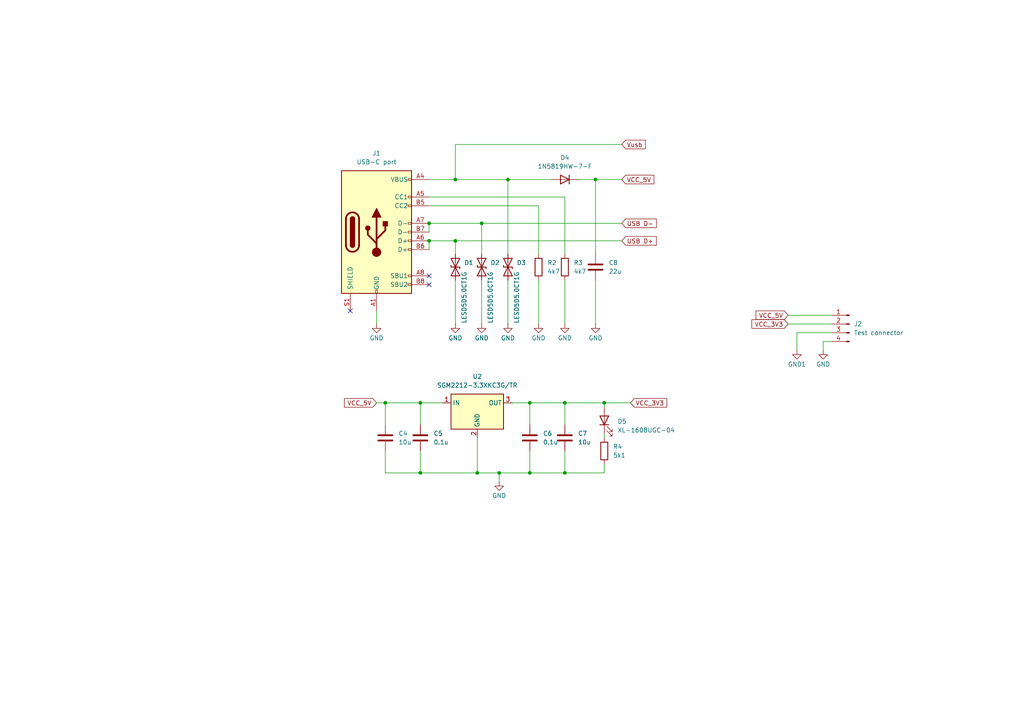
<source format=kicad_sch>
(kicad_sch (version 20231120) (generator "eeschema") (generator_version "8.0")
  (paper "A4")
  (lib_symbols
    (symbol "Connector:Conn_01x04_Pin" (pin_names (offset 1.016) hide)
      (property "Reference" "J" (at 0 5.08 0))
      (property "Value" "Conn_01x04_Pin" (at 0 -7.62 0))
      (symbol "Conn_01x04_Pin_1_1"
        (polyline (pts (xy 1.27 -5.08) (xy 0.8636 -5.08)) (stroke (width 0.1524)))
        (polyline (pts (xy 1.27 -2.54) (xy 0.8636 -2.54)) (stroke (width 0.1524)))
        (polyline (pts (xy 1.27 0) (xy 0.8636 0)) (stroke (width 0.1524)))
        (polyline (pts (xy 1.27 2.54) (xy 0.8636 2.54)) (stroke (width 0.1524)))
        (rectangle (start 0.8636 -4.953) (end 0 -5.207) (stroke (width 0.1524)) (fill (type outline)))
        (rectangle (start 0.8636 -2.413) (end 0 -2.667) (stroke (width 0.1524)) (fill (type outline)))
        (rectangle (start 0.8636 0.127) (end 0 -0.127) (stroke (width 0.1524)) (fill (type outline)))
        (rectangle (start 0.8636 2.667) (end 0 2.413) (stroke (width 0.1524)) (fill (type outline)))
        (pin passive line (at 5.08 2.54 180) (length 3.81) (name "Pin_1") (number "1"))
        (pin passive line (at 5.08 0 180) (length 3.81) (name "Pin_2") (number "2"))
        (pin passive line (at 5.08 -2.54 180) (length 3.81) (name "Pin_3") (number "3"))
        (pin passive line (at 5.08 -5.08 180) (length 3.81) (name "Pin_4") (number "4"))
      )
    )
    (symbol "Connector:USB_C_Receptacle_USB2.0_16P" (pin_names (offset 1.016))
      (property "Reference" "J" (at 0 22.225 0))
      (property "Value" "USB_C_Receptacle_USB2.0_16P" (at 0 19.685 0))
      (symbol "USB_C_Receptacle_USB2.0_16P_0_0"
        (rectangle (start -0.254 -17.78) (end 0.254 -16.764))
        (rectangle (start 10.16 -14.986) (end 9.144 -15.494))
        (rectangle (start 10.16 -12.446) (end 9.144 -12.954))
        (rectangle (start 10.16 -4.826) (end 9.144 -5.334))
        (rectangle (start 10.16 -2.286) (end 9.144 -2.794))
        (rectangle (start 10.16 0.254) (end 9.144 -0.254))
        (rectangle (start 10.16 2.794) (end 9.144 2.286))
        (rectangle (start 10.16 7.874) (end 9.144 7.366))
        (rectangle (start 10.16 10.414) (end 9.144 9.906))
        (rectangle (start 10.16 15.494) (end 9.144 14.986))
      )
      (symbol "USB_C_Receptacle_USB2.0_16P_0_1"
        (rectangle (start -10.16 17.78) (end 10.16 -17.78) (stroke (width 0.254)) (fill (type background)))
        (arc (start -8.89 -3.81) (mid -6.985 -5.7067) (end -5.08 -3.81) (stroke (width 0.508)))
        (arc (start -7.62 -3.81) (mid -6.985 -4.4423) (end -6.35 -3.81) (stroke (width 0.254)))
        (arc (start -7.62 -3.81) (mid -6.985 -4.4423) (end -6.35 -3.81) (stroke (width 0.254)) (fill (type outline)))
        (rectangle (start -7.62 -3.81) (end -6.35 3.81) (stroke (width 0.254)) (fill (type outline)))
        (arc (start -6.35 3.81) (mid -6.985 4.4423) (end -7.62 3.81) (stroke (width 0.254)))
        (arc (start -6.35 3.81) (mid -6.985 4.4423) (end -7.62 3.81) (stroke (width 0.254)) (fill (type outline)))
        (arc (start -5.08 3.81) (mid -6.985 5.7067) (end -8.89 3.81) (stroke (width 0.508)))
        (circle (center -2.54 1.143) (radius 0.635) (stroke (width 0.254)) (fill (type outline)))
        (circle (center 0 -5.842) (radius 1.27) (fill (type outline)))
        (polyline (pts (xy -8.89 -3.81) (xy -8.89 3.81)) (stroke (width 0.508)))
        (polyline (pts (xy -5.08 3.81) (xy -5.08 -3.81)) (stroke (width 0.508)))
        (polyline (pts (xy 0 -5.842) (xy 0 4.318)) (stroke (width 0.508)))
        (polyline (pts (xy 0 -3.302) (xy -2.54 -0.762) (xy -2.54 0.508)) (stroke (width 0.508)))
        (polyline (pts (xy 0 -2.032) (xy 2.54 0.508) (xy 2.54 1.778)) (stroke (width 0.508)))
        (polyline (pts (xy -1.27 4.318) (xy 0 6.858) (xy 1.27 4.318) (xy -1.27 4.318)) (stroke (width 0.254)) (fill (type outline)))
        (rectangle (start 1.905 1.778) (end 3.175 3.048) (stroke (width 0.254)) (fill (type outline)))
      )
      (symbol "USB_C_Receptacle_USB2.0_16P_1_1"
        (pin passive line (at 0 -22.86 90) (length 5.08) (name "GND") (number "A1"))
        (pin passive line (at 0 -22.86 90) (length 5.08) hide (name "GND") (number "A12"))
        (pin passive line (at 15.24 15.24 180) (length 5.08) (name "VBUS") (number "A4"))
        (pin bidirectional line (at 15.24 10.16 180) (length 5.08) (name "CC1") (number "A5"))
        (pin bidirectional line (at 15.24 -2.54 180) (length 5.08) (name "D+") (number "A6"))
        (pin bidirectional line (at 15.24 2.54 180) (length 5.08) (name "D-") (number "A7"))
        (pin bidirectional line (at 15.24 -12.7 180) (length 5.08) (name "SBU1") (number "A8"))
        (pin passive line (at 15.24 15.24 180) (length 5.08) hide (name "VBUS") (number "A9"))
        (pin passive line (at 0 -22.86 90) (length 5.08) hide (name "GND") (number "B1"))
        (pin passive line (at 0 -22.86 90) (length 5.08) hide (name "GND") (number "B12"))
        (pin passive line (at 15.24 15.24 180) (length 5.08) hide (name "VBUS") (number "B4"))
        (pin bidirectional line (at 15.24 7.62 180) (length 5.08) (name "CC2") (number "B5"))
        (pin bidirectional line (at 15.24 -5.08 180) (length 5.08) (name "D+") (number "B6"))
        (pin bidirectional line (at 15.24 0 180) (length 5.08) (name "D-") (number "B7"))
        (pin bidirectional line (at 15.24 -15.24 180) (length 5.08) (name "SBU2") (number "B8"))
        (pin passive line (at 15.24 15.24 180) (length 5.08) hide (name "VBUS") (number "B9"))
        (pin passive line (at -7.62 -22.86 90) (length 5.08) (name "SHIELD") (number "S1"))
      )
    )
    (symbol "Device:C" (pin_numbers hide) (pin_names (offset 0.254))
      (property "Reference" "C" (at 0.635 2.54 0))
      (property "Value" "C" (at 0.635 -2.54 0))
      (symbol "C_0_1"
        (polyline (pts (xy -2.032 -0.762) (xy 2.032 -0.762)) (stroke (width 0.508)))
        (polyline (pts (xy -2.032 0.762) (xy 2.032 0.762)) (stroke (width 0.508)))
      )
      (symbol "C_1_1"
        (pin passive line (at 0 3.81 270) (length 2.794) (name "~") (number "1"))
        (pin passive line (at 0 -3.81 90) (length 2.794) (name "~") (number "2"))
      )
    )
    (symbol "Device:D" (pin_numbers hide) (pin_names (offset 1.016) hide)
      (property "Reference" "D" (at 0 2.54 0))
      (property "Value" "D" (at 0 -2.54 0))
      (symbol "D_0_1"
        (polyline (pts (xy -1.27 1.27) (xy -1.27 -1.27)) (stroke (width 0.254)))
        (polyline (pts (xy 1.27 0) (xy -1.27 0)))
        (polyline (pts (xy 1.27 1.27) (xy 1.27 -1.27) (xy -1.27 0) (xy 1.27 1.27)) (stroke (width 0.254)))
      )
      (symbol "D_1_1"
        (pin passive line (at -3.81 0 0) (length 2.54) (name "K") (number "1"))
        (pin passive line (at 3.81 0 180) (length 2.54) (name "A") (number "2"))
      )
    )
    (symbol "Device:LED" (pin_numbers hide) (pin_names (offset 1.016) hide)
      (property "Reference" "D" (at 0 2.54 0))
      (property "Value" "LED" (at 0 -2.54 0))
      (symbol "LED_0_1"
        (polyline (pts (xy -1.27 -1.27) (xy -1.27 1.27)) (stroke (width 0.254)))
        (polyline (pts (xy -1.27 0) (xy 1.27 0)))
        (polyline (pts (xy 1.27 -1.27) (xy 1.27 1.27) (xy -1.27 0) (xy 1.27 -1.27)) (stroke (width 0.254)))
        (polyline (pts (xy -3.048 -0.762) (xy -4.572 -2.286) (xy -3.81 -2.286) (xy -4.572 -2.286) (xy -4.572 -1.524)))
        (polyline (pts (xy -1.778 -0.762) (xy -3.302 -2.286) (xy -2.54 -2.286) (xy -3.302 -2.286) (xy -3.302 -1.524)))
      )
      (symbol "LED_1_1"
        (pin passive line (at -3.81 0 0) (length 2.54) (name "K") (number "1"))
        (pin passive line (at 3.81 0 180) (length 2.54) (name "A") (number "2"))
      )
    )
    (symbol "Device:R" (pin_numbers hide) (pin_names (offset 0))
      (property "Reference" "R" (at 2.032 0 90))
      (property "Value" "R" (at 0 0 90))
      (symbol "R_0_1"
        (rectangle (start -1.016 -2.54) (end 1.016 2.54) (stroke (width 0.254)))
      )
      (symbol "R_1_1"
        (pin passive line (at 0 3.81 270) (length 1.27) (name "~") (number "1"))
        (pin passive line (at 0 -3.81 90) (length 1.27) (name "~") (number "2"))
      )
    )
    (symbol "Diode:5KPxxCA" (pin_numbers hide) (pin_names (offset 1.016) hide)
      (property "Reference" "D" (at 0 2.54 0))
      (property "Value" "5KPxxCA" (at 0 -2.54 0))
      (symbol "5KPxxCA_0_1"
        (polyline (pts (xy 1.27 0) (xy -1.27 0)))
        (polyline (pts (xy -2.54 -1.27) (xy 0 0) (xy -2.54 1.27) (xy -2.54 -1.27)) (stroke (width 0.254)))
        (polyline (pts (xy 0.508 1.27) (xy 0 1.27) (xy 0 -1.27) (xy -0.508 -1.27)) (stroke (width 0.254)))
        (polyline (pts (xy 2.54 1.27) (xy 2.54 -1.27) (xy 0 0) (xy 2.54 1.27)) (stroke (width 0.254)))
      )
      (symbol "5KPxxCA_1_1"
        (pin passive line (at -3.81 0 0) (length 2.54) (name "A1") (number "1"))
        (pin passive line (at 3.81 0 180) (length 2.54) (name "A2") (number "2"))
      )
    )
    (symbol "Regulator_Linear:LT1963AxST-1.5"
      (property "Reference" "U" (at -7.62 6.35 0))
      (property "Value" "LT1963AxST-1.5" (at -1.27 6.35 0))
      (symbol "LT1963AxST-1.5_0_1"
        (rectangle (start -7.62 5.08) (end 7.62 -5.08) (stroke (width 0.254)) (fill (type background)))
      )
      (symbol "LT1963AxST-1.5_1_1"
        (pin power_in line (at -10.16 2.54 0) (length 2.54) (name "IN") (number "1"))
        (pin power_in line (at 0 -7.62 90) (length 2.54) (name "GND") (number "2"))
        (pin power_out line (at 10.16 2.54 180) (length 2.54) (name "OUT") (number "3"))
      )
    )
    (symbol "power:GND" (power) (pin_numbers hide) (pin_names (offset 0) hide)
      (property "Value" "GND" (at 0 -3.81 0))
      (symbol "GND_0_1"
        (polyline (pts (xy 0 0) (xy 0 -1.27) (xy 1.27 -1.27) (xy 0 -2.54) (xy -1.27 -1.27) (xy 0 -1.27)))
      )
      (symbol "GND_1_1"
        (pin power_in line (at 0 0 270) (length 0) (name "~") (number "1"))
      )
    )
  )
  (junction (at 124.46 64.77))
  (junction (at 139.7 64.77))
  (junction (at 172.72 52.07))
  (junction (at 121.92 137.16))
  (junction (at 138.43 137.16))
  (junction (at 153.67 137.16))
  (junction (at 144.78 137.16))
  (junction (at 175.26 116.84))
  (junction (at 132.08 69.85))
  (junction (at 163.83 137.16))
  (junction (at 153.67 116.84))
  (junction (at 121.92 116.84))
  (junction (at 132.08 52.07))
  (junction (at 163.83 116.84))
  (junction (at 147.32 52.07))
  (junction (at 111.76 116.84))
  (junction (at 124.46 69.85))
  (no_connect (at 124.46 80.01))
  (no_connect (at 124.46 82.55))
  (no_connect (at 101.6 90.17))
  (wire (pts (xy 228.6 91.44) (xy 241.3 91.44)))
  (wire (pts (xy 153.67 116.84) (xy 163.83 116.84)))
  (wire (pts (xy 121.92 137.16) (xy 111.76 137.16)))
  (wire (pts (xy 111.76 123.19) (xy 111.76 116.84)))
  (wire (pts (xy 138.43 127) (xy 138.43 137.16)))
  (wire (pts (xy 175.26 125.73) (xy 175.26 127)))
  (wire (pts (xy 163.83 130.81) (xy 163.83 137.16)))
  (wire (pts (xy 228.6 93.98) (xy 241.3 93.98)))
  (wire (pts (xy 156.21 59.69) (xy 124.46 59.69)))
  (wire (pts (xy 163.83 116.84) (xy 175.26 116.84)))
  (wire (pts (xy 139.7 64.77) (xy 180.34 64.77)))
  (wire (pts (xy 175.26 116.84) (xy 182.88 116.84)))
  (wire (pts (xy 231.14 101.6) (xy 231.14 96.52)))
  (wire (pts (xy 132.08 52.07) (xy 147.32 52.07)))
  (wire (pts (xy 147.32 73.66) (xy 147.32 52.07)))
  (wire (pts (xy 132.08 41.91) (xy 132.08 52.07)))
  (wire (pts (xy 231.14 96.52) (xy 241.3 96.52)))
  (wire (pts (xy 172.72 52.07) (xy 180.34 52.07)))
  (wire (pts (xy 139.7 64.77) (xy 124.46 64.77)))
  (wire (pts (xy 172.72 81.28) (xy 172.72 93.98)))
  (wire (pts (xy 139.7 81.28) (xy 139.7 93.98)))
  (wire (pts (xy 144.78 137.16) (xy 144.78 139.7)))
  (wire (pts (xy 132.08 41.91) (xy 180.34 41.91)))
  (wire (pts (xy 153.67 137.16) (xy 144.78 137.16)))
  (wire (pts (xy 121.92 116.84) (xy 128.27 116.84)))
  (wire (pts (xy 163.83 93.98) (xy 163.83 81.28)))
  (wire (pts (xy 139.7 73.66) (xy 139.7 64.77)))
  (wire (pts (xy 238.76 99.06) (xy 241.3 99.06)))
  (wire (pts (xy 121.92 130.81) (xy 121.92 137.16)))
  (wire (pts (xy 147.32 81.28) (xy 147.32 93.98)))
  (wire (pts (xy 124.46 64.77) (xy 124.46 67.31)))
  (wire (pts (xy 163.83 73.66) (xy 163.83 57.15)))
  (wire (pts (xy 163.83 137.16) (xy 153.67 137.16)))
  (wire (pts (xy 163.83 57.15) (xy 124.46 57.15)))
  (wire (pts (xy 167.64 52.07) (xy 172.72 52.07)))
  (wire (pts (xy 148.59 116.84) (xy 153.67 116.84)))
  (wire (pts (xy 132.08 69.85) (xy 180.34 69.85)))
  (wire (pts (xy 175.26 134.62) (xy 175.26 137.16)))
  (wire (pts (xy 109.22 90.17) (xy 109.22 93.98)))
  (wire (pts (xy 111.76 137.16) (xy 111.76 130.81)))
  (wire (pts (xy 111.76 116.84) (xy 121.92 116.84)))
  (wire (pts (xy 109.22 116.84) (xy 111.76 116.84)))
  (wire (pts (xy 132.08 81.28) (xy 132.08 93.98)))
  (wire (pts (xy 175.26 116.84) (xy 175.26 118.11)))
  (wire (pts (xy 121.92 116.84) (xy 121.92 123.19)))
  (wire (pts (xy 132.08 69.85) (xy 124.46 69.85)))
  (wire (pts (xy 175.26 137.16) (xy 163.83 137.16)))
  (wire (pts (xy 144.78 137.16) (xy 138.43 137.16)))
  (wire (pts (xy 153.67 116.84) (xy 153.67 123.19)))
  (wire (pts (xy 153.67 130.81) (xy 153.67 137.16)))
  (wire (pts (xy 147.32 52.07) (xy 160.02 52.07)))
  (wire (pts (xy 138.43 137.16) (xy 121.92 137.16)))
  (wire (pts (xy 156.21 73.66) (xy 156.21 59.69)))
  (wire (pts (xy 124.46 69.85) (xy 124.46 72.39)))
  (wire (pts (xy 156.21 93.98) (xy 156.21 81.28)))
  (wire (pts (xy 238.76 101.6) (xy 238.76 99.06)))
  (wire (pts (xy 163.83 116.84) (xy 163.83 123.19)))
  (wire (pts (xy 124.46 52.07) (xy 132.08 52.07)))
  (wire (pts (xy 172.72 52.07) (xy 172.72 73.66)))
  (wire (pts (xy 132.08 73.66) (xy 132.08 69.85)))
  (global_label "VCC_3V3" (shape input) (at 182.88 116.84 0) (property "Intersheetrefs" "${INTERSHEET_REFS}" (effects (hide yes))))
  (global_label "Vusb" (shape input) (at 180.34 41.91 0) (property "Intersheetrefs" "${INTERSHEET_REFS}" (effects (hide yes))))
  (global_label "VCC_5V" (shape input) (at 180.34 52.07 0) (property "Intersheetrefs" "${INTERSHEET_REFS}" (effects (hide yes))))
  (global_label "USB D+" (shape input) (at 180.34 69.85 0) (property "Intersheetrefs" "${INTERSHEET_REFS}" (effects (hide yes))))
  (global_label "USB D-" (shape input) (at 180.34 64.77 0) (property "Intersheetrefs" "${INTERSHEET_REFS}" (effects (hide yes))))
  (global_label "VCC_5V" (shape input) (at 228.6 91.44 180) (property "Intersheetrefs" "${INTERSHEET_REFS}" (effects (hide yes))))
  (global_label "VCC_5V" (shape input) (at 109.22 116.84 180) (property "Intersheetrefs" "${INTERSHEET_REFS}" (effects (hide yes))))
  (global_label "VCC_3V3" (shape input) (at 228.6 93.98 180) (property "Intersheetrefs" "${INTERSHEET_REFS}" (effects (hide yes))))
  (symbol (lib_id "Device:LED") (at 175.26 121.92 90) (unit 1)
    (property "Reference" "D5" (at 179.07 122.2374 90) (effects (justify right)))
    (property "Value" "XL-1608UGC-04" (at 179.07 124.7774 90) (effects (justify right)))
    (property "Footprint" "LED_SMD:LED_0603_1608Metric" (effects (hide yes)))
    (property "Datasheet" "https://wmsc.lcsc.com/wmsc/upload/file/pdf/v2/lcsc/2402181505_XINGLIGHT-XL-1608UGC-04_C965804.pdf" (effects (hide yes)))
    (property "Description" "LED, green, 520nm" (effects (hide yes)))
    (property "LCSC Part # " "C965804" (effects (hide yes)))
  )
  (symbol (lib_id "power:GND") (at 163.83 93.98 0) (unit 1)
    (property "Reference" "#PWR011" (effects (hide yes)))
    (property "Value" "GND" (at 163.83 98.044 0))
    (property "Description" "Power symbol creates a global label with name \"GND\" , ground" (effects (hide yes)))
  )
  (symbol (lib_id "power:GND") (at 139.7 93.98 0) (unit 1)
    (property "Reference" "#PWR07" (effects (hide yes)))
    (property "Value" "GND" (at 139.7 98.044 0))
    (property "Description" "Power symbol creates a global label with name \"GND\" , ground" (effects (hide yes)))
  )
  (symbol (lib_id "Device:C") (at 121.92 127 0) (unit 1)
    (property "Reference" "C5" (at 125.73 125.7299 0) (effects (justify left)))
    (property "Value" "0.1u" (at 125.73 128.2699 0) (effects (justify left)))
    (property "Footprint" "Capacitor_SMD:C_0603_1608Metric" (effects (hide yes)))
    (property "Description" "Unpolarized capacitor" (effects (hide yes)))
    (property "LCSC Part # " "C14663" (effects (hide yes)))
  )
  (symbol (lib_id "Regulator_Linear:LT1963AxST-1.5") (at 138.43 119.38 0) (unit 1)
    (property "Reference" "U2" (at 138.43 109.22 0))
    (property "Value" "SGM2212-3.3XKC3G/TR" (at 138.43 111.76 0))
    (property "Footprint" "Package_TO_SOT_SMD:SOT-223-3_TabPin2" (effects (hide yes)))
    (property "Datasheet" "https://www.analog.com/media/en/technical-documentation/data-sheets/1963aff.pdf" (effects (hide yes)))
    (property "Description" "1.5V, 1.5A, Low Noise, Fast Transient Response LDO Regulator, SOT-223" (effects (hide yes)))
    (property "LCSC Part # " "C3294699" (effects (hide yes)))
  )
  (symbol (lib_id "Diode:5KPxxCA") (at 132.08 77.47 90) (unit 1)
    (property "Reference" "D1" (at 134.62 76.1999 90) (effects (justify right)))
    (property "Value" "LESD5D5.0CT1G" (at 134.62 78.7399 0) (effects (justify right)))
    (property "Footprint" "Diode_SMD:D_SOD-523" (effects (hide yes)))
    (property "LCSC Part # " "C383211" (effects (hide yes)))
  )
  (symbol (lib_id "Device:R") (at 156.21 77.47 180) (unit 1)
    (property "Reference" "R2" (at 158.75 76.1999 0) (effects (justify right)))
    (property "Value" "4k7" (at 158.75 78.7399 0) (effects (justify right)))
    (property "Footprint" "Resistor_SMD:R_0603_1608Metric" (effects (hide yes)))
    (property "Description" "Resistor" (effects (hide yes)))
    (property "LCSC Part # " "C23162" (effects (hide yes)))
  )
  (symbol (lib_id "Device:C") (at 172.72 77.47 0) (unit 1)
    (property "Reference" "C8" (at 176.53 76.1999 0) (effects (justify left)))
    (property "Value" "22u" (at 176.53 78.7399 0) (effects (justify left)))
    (property "Footprint" "Capacitor_SMD:C_0805_2012Metric" (effects (hide yes)))
    (property "Description" "Unpolarized capacitor" (effects (hide yes)))
    (property "LCSC Part # " "C45783" (effects (hide yes)))
  )
  (symbol (lib_id "Device:C") (at 163.83 127 0) (unit 1)
    (property "Reference" "C7" (at 167.64 125.7299 0) (effects (justify left)))
    (property "Value" "10u" (at 167.64 128.2699 0) (effects (justify left)))
    (property "Footprint" "Capacitor_SMD:C_0402_1005Metric" (effects (hide yes)))
    (property "Description" "Unpolarized capacitor" (effects (hide yes)))
    (property "LCSC Part # " " C15525" (effects (hide yes)))
  )
  (symbol (lib_id "power:GND") (at 238.76 101.6 0) (unit 1)
    (property "Reference" "#PWR014" (effects (hide yes)))
    (property "Value" "GND" (at 238.76 105.664 0))
    (property "Description" "Power symbol creates a global label with name \"GND\" , ground" (effects (hide yes)))
  )
  (symbol (lib_id "Device:R") (at 175.26 130.81 180) (unit 1)
    (property "Reference" "R4" (at 177.8 129.5399 0) (effects (justify right)))
    (property "Value" "5k1" (at 177.8 132.0799 0) (effects (justify right)))
    (property "Footprint" "Resistor_SMD:R_0603_1608Metric" (effects (hide yes)))
    (property "Description" "Resistor" (effects (hide yes)))
    (property "LCSC Part # " "C23186" (effects (hide yes)))
  )
  (symbol (lib_id "power:GND") (at 144.78 139.7 0) (unit 1)
    (property "Reference" "#PWR08" (effects (hide yes)))
    (property "Value" "GND" (at 144.78 143.764 0))
    (property "Description" "Power symbol creates a global label with name \"GND\" , ground" (effects (hide yes)))
  )
  (symbol (lib_id "power:GND") (at 156.21 93.98 0) (unit 1)
    (property "Reference" "#PWR010" (effects (hide yes)))
    (property "Value" "GND" (at 156.21 98.044 0))
    (property "Description" "Power symbol creates a global label with name \"GND\" , ground" (effects (hide yes)))
  )
  (symbol (lib_id "power:GND") (at 109.22 93.98 0) (unit 1)
    (property "Reference" "#PWR05" (effects (hide yes)))
    (property "Value" "GND" (at 109.22 98.044 0))
    (property "Description" "Power symbol creates a global label with name \"GND\" , ground" (effects (hide yes)))
  )
  (symbol (lib_id "Device:C") (at 111.76 127 0) (unit 1)
    (property "Reference" "C4" (at 115.57 125.7299 0) (effects (justify left)))
    (property "Value" "10u" (at 115.57 128.2699 0) (effects (justify left)))
    (property "Footprint" "Capacitor_SMD:C_0402_1005Metric" (effects (hide yes)))
    (property "Description" "Unpolarized capacitor" (effects (hide yes)))
    (property "LCSC Part # " " C15525" (effects (hide yes)))
  )
  (symbol (lib_id "Device:C") (at 153.67 127 0) (unit 1)
    (property "Reference" "C6" (at 157.48 125.7299 0) (effects (justify left)))
    (property "Value" "0.1u" (at 157.48 128.2699 0) (effects (justify left)))
    (property "Footprint" "Capacitor_SMD:C_0603_1608Metric" (effects (hide yes)))
    (property "Description" "Unpolarized capacitor" (effects (hide yes)))
    (property "LCSC Part # " "C14663" (effects (hide yes)))
  )
  (symbol (lib_id "Device:R") (at 163.83 77.47 180) (unit 1)
    (property "Reference" "R3" (at 166.37 76.1999 0) (effects (justify right)))
    (property "Value" "4k7" (at 166.37 78.7399 0) (effects (justify right)))
    (property "Footprint" "Resistor_SMD:R_0603_1608Metric" (effects (hide yes)))
    (property "Description" "Resistor" (effects (hide yes)))
    (property "LCSC Part # " "C23162" (effects (hide yes)))
  )
  (symbol (lib_id "Device:D") (at 163.83 52.07 180) (unit 1)
    (property "Reference" "D4" (at 163.83 45.72 0))
    (property "Value" "1N5819HW-7-F" (at 163.83 48.26 0))
    (property "Footprint" "Diode_SMD:D_SOD-123" (effects (hide yes)))
    (property "Description" "Diode" (effects (hide yes)))
    (property "Sim.Device" "D" (effects (hide yes)))
    (property "Sim.Pins" "1=K 2=A" (effects (hide yes)))
    (property "LCSC Part # " "C82544" (effects (hide yes)))
  )
  (symbol (lib_id "Diode:5KPxxCA") (at 139.7 77.47 90) (unit 1)
    (property "Reference" "D2" (at 142.24 76.1999 90) (effects (justify right)))
    (property "Value" "LESD5D5.0CT1G" (at 142.24 78.7399 0) (effects (justify right)))
    (property "Footprint" "Diode_SMD:D_SOD-523" (effects (hide yes)))
    (property "LCSC Part # " "C383211" (effects (hide yes)))
  )
  (symbol (lib_id "power:GND") (at 231.14 101.6 0) (unit 1)
    (property "Reference" "#PWR013" (effects (hide yes)))
    (property "Value" "GND1" (at 231.14 105.664 0))
    (property "Description" "Power symbol creates a global label with name \"GND\" , ground" (effects (hide yes)))
  )
  (symbol (lib_id "power:GND") (at 172.72 93.98 0) (unit 1)
    (property "Reference" "#PWR012" (effects (hide yes)))
    (property "Value" "GND" (at 172.72 98.044 0))
    (property "Description" "Power symbol creates a global label with name \"GND\" , ground" (effects (hide yes)))
  )
  (symbol (lib_id "power:GND") (at 132.08 93.98 0) (unit 1)
    (property "Reference" "#PWR06" (effects (hide yes)))
    (property "Value" "GND" (at 132.08 98.044 0))
    (property "Description" "Power symbol creates a global label with name \"GND\" , ground" (effects (hide yes)))
  )
  (symbol (lib_id "Diode:5KPxxCA") (at 147.32 77.47 90) (unit 1)
    (property "Reference" "D3" (at 149.86 76.1999 90) (effects (justify right)))
    (property "Value" "LESD5D5.0CT1G" (at 149.86 78.7399 0) (effects (justify right)))
    (property "Footprint" "Diode_SMD:D_SOD-523" (effects (hide yes)))
    (property "LCSC Part # " "C383211" (effects (hide yes)))
  )
  (symbol (lib_id "Connector:Conn_01x04_Pin") (at 246.38 93.98 0) (mirror y) (unit 1)
    (property "Reference" "J2" (at 247.65 93.9799 0) (effects (justify right)))
    (property "Value" "Test connector" (at 247.65 96.5199 0) (effects (justify right)))
    (property "Footprint" "Project:PinHeader_1x04_P2.54mm_Horizontal" (effects (hide yes)))
    (property "Description" "Generic connector, single row, 01x04, script generated" (effects (hide yes)))
  )
  (symbol (lib_id "power:GND") (at 147.32 93.98 0) (unit 1)
    (property "Reference" "#PWR09" (effects (hide yes)))
    (property "Value" "GND" (at 147.32 98.044 0))
    (property "Description" "Power symbol creates a global label with name \"GND\" , ground" (effects (hide yes)))
  )
  (symbol (lib_id "Connector:USB_C_Receptacle_USB2.0_16P") (at 109.22 67.31 0) (unit 1)
    (property "Reference" "J1" (at 109.22 44.45 0))
    (property "Value" "USB-C port" (at 109.22 46.99 0))
    (property "Footprint" "Connector_USB:USB_C_Receptacle_GCT_USB4105-xx-A_16P_TopMnt_Horizontal" (effects (hide yes)))
    (property "Datasheet" "https://www.usb.org/sites/default/files/documents/usb_type-c.zip" (effects (hide yes)))
    (property "Description" "USB 2.0-only 16P Type-C Receptacle connector" (effects (hide yes)))
    (property "LCSC Part # " "C2765186" (effects (hide yes)))
  )
)
</source>
